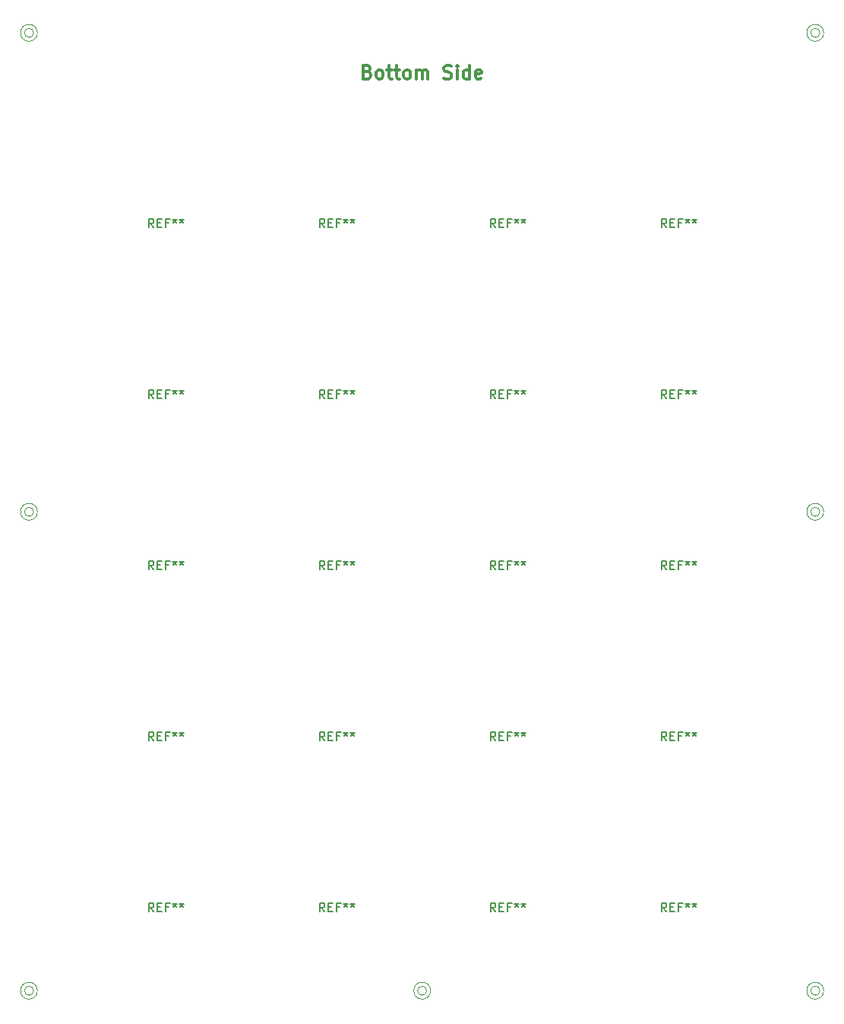
<source format=gbr>
G04 #@! TF.GenerationSoftware,KiCad,Pcbnew,(5.1.5)-3*
G04 #@! TF.CreationDate,2020-07-25T17:48:00-04:00*
G04 #@! TF.ProjectId,top-plate,746f702d-706c-4617-9465-2e6b69636164,rev?*
G04 #@! TF.SameCoordinates,Original*
G04 #@! TF.FileFunction,Legend,Top*
G04 #@! TF.FilePolarity,Positive*
%FSLAX46Y46*%
G04 Gerber Fmt 4.6, Leading zero omitted, Abs format (unit mm)*
G04 Created by KiCad (PCBNEW (5.1.5)-3) date 2020-07-25 17:48:00*
%MOMM*%
%LPD*%
G04 APERTURE LIST*
%ADD10C,0.300000*%
%ADD11C,0.100000*%
%ADD12C,0.150000*%
G04 APERTURE END LIST*
D10*
X143153571Y-47517857D02*
X143367857Y-47589285D01*
X143439285Y-47660714D01*
X143510714Y-47803571D01*
X143510714Y-48017857D01*
X143439285Y-48160714D01*
X143367857Y-48232142D01*
X143225000Y-48303571D01*
X142653571Y-48303571D01*
X142653571Y-46803571D01*
X143153571Y-46803571D01*
X143296428Y-46875000D01*
X143367857Y-46946428D01*
X143439285Y-47089285D01*
X143439285Y-47232142D01*
X143367857Y-47375000D01*
X143296428Y-47446428D01*
X143153571Y-47517857D01*
X142653571Y-47517857D01*
X144367857Y-48303571D02*
X144225000Y-48232142D01*
X144153571Y-48160714D01*
X144082142Y-48017857D01*
X144082142Y-47589285D01*
X144153571Y-47446428D01*
X144225000Y-47375000D01*
X144367857Y-47303571D01*
X144582142Y-47303571D01*
X144725000Y-47375000D01*
X144796428Y-47446428D01*
X144867857Y-47589285D01*
X144867857Y-48017857D01*
X144796428Y-48160714D01*
X144725000Y-48232142D01*
X144582142Y-48303571D01*
X144367857Y-48303571D01*
X145296428Y-47303571D02*
X145867857Y-47303571D01*
X145510714Y-46803571D02*
X145510714Y-48089285D01*
X145582142Y-48232142D01*
X145725000Y-48303571D01*
X145867857Y-48303571D01*
X146153571Y-47303571D02*
X146725000Y-47303571D01*
X146367857Y-46803571D02*
X146367857Y-48089285D01*
X146439285Y-48232142D01*
X146582142Y-48303571D01*
X146725000Y-48303571D01*
X147439285Y-48303571D02*
X147296428Y-48232142D01*
X147225000Y-48160714D01*
X147153571Y-48017857D01*
X147153571Y-47589285D01*
X147225000Y-47446428D01*
X147296428Y-47375000D01*
X147439285Y-47303571D01*
X147653571Y-47303571D01*
X147796428Y-47375000D01*
X147867857Y-47446428D01*
X147939285Y-47589285D01*
X147939285Y-48017857D01*
X147867857Y-48160714D01*
X147796428Y-48232142D01*
X147653571Y-48303571D01*
X147439285Y-48303571D01*
X148582142Y-48303571D02*
X148582142Y-47303571D01*
X148582142Y-47446428D02*
X148653571Y-47375000D01*
X148796428Y-47303571D01*
X149010714Y-47303571D01*
X149153571Y-47375000D01*
X149225000Y-47517857D01*
X149225000Y-48303571D01*
X149225000Y-47517857D02*
X149296428Y-47375000D01*
X149439285Y-47303571D01*
X149653571Y-47303571D01*
X149796428Y-47375000D01*
X149867857Y-47517857D01*
X149867857Y-48303571D01*
X151653571Y-48232142D02*
X151867857Y-48303571D01*
X152225000Y-48303571D01*
X152367857Y-48232142D01*
X152439285Y-48160714D01*
X152510714Y-48017857D01*
X152510714Y-47875000D01*
X152439285Y-47732142D01*
X152367857Y-47660714D01*
X152225000Y-47589285D01*
X151939285Y-47517857D01*
X151796428Y-47446428D01*
X151725000Y-47375000D01*
X151653571Y-47232142D01*
X151653571Y-47089285D01*
X151725000Y-46946428D01*
X151796428Y-46875000D01*
X151939285Y-46803571D01*
X152296428Y-46803571D01*
X152510714Y-46875000D01*
X153153571Y-48303571D02*
X153153571Y-47303571D01*
X153153571Y-46803571D02*
X153082142Y-46875000D01*
X153153571Y-46946428D01*
X153225000Y-46875000D01*
X153153571Y-46803571D01*
X153153571Y-46946428D01*
X154510714Y-48303571D02*
X154510714Y-46803571D01*
X154510714Y-48232142D02*
X154367857Y-48303571D01*
X154082142Y-48303571D01*
X153939285Y-48232142D01*
X153867857Y-48160714D01*
X153796428Y-48017857D01*
X153796428Y-47589285D01*
X153867857Y-47446428D01*
X153939285Y-47375000D01*
X154082142Y-47303571D01*
X154367857Y-47303571D01*
X154510714Y-47375000D01*
X155796428Y-48232142D02*
X155653571Y-48303571D01*
X155367857Y-48303571D01*
X155225000Y-48232142D01*
X155153571Y-48089285D01*
X155153571Y-47517857D01*
X155225000Y-47375000D01*
X155367857Y-47303571D01*
X155653571Y-47303571D01*
X155796428Y-47375000D01*
X155867857Y-47517857D01*
X155867857Y-47660714D01*
X155153571Y-47803571D01*
D11*
X150164800Y-149860000D02*
G75*
G03X150164800Y-149860000I-939800J0D01*
G01*
X149733000Y-149860000D02*
G75*
G03X149733000Y-149860000I-508000J0D01*
G01*
X193979800Y-96520000D02*
G75*
G03X193979800Y-96520000I-939800J0D01*
G01*
X193548000Y-96520000D02*
G75*
G03X193548000Y-96520000I-508000J0D01*
G01*
X106349800Y-96520000D02*
G75*
G03X106349800Y-96520000I-939800J0D01*
G01*
X105918000Y-96520000D02*
G75*
G03X105918000Y-96520000I-508000J0D01*
G01*
X105918000Y-149860000D02*
G75*
G03X105918000Y-149860000I-508000J0D01*
G01*
X106349800Y-149860000D02*
G75*
G03X106349800Y-149860000I-939800J0D01*
G01*
X105918000Y-43180000D02*
G75*
G03X105918000Y-43180000I-508000J0D01*
G01*
X106349800Y-43180000D02*
G75*
G03X106349800Y-43180000I-939800J0D01*
G01*
X193548000Y-43180000D02*
G75*
G03X193548000Y-43180000I-508000J0D01*
G01*
X193979800Y-43180000D02*
G75*
G03X193979800Y-43180000I-939800J0D01*
G01*
X193548000Y-149860000D02*
G75*
G03X193548000Y-149860000I-508000J0D01*
G01*
X193979800Y-149860000D02*
G75*
G03X193979800Y-149860000I-939800J0D01*
G01*
D12*
X119316666Y-141072380D02*
X118983333Y-140596190D01*
X118745238Y-141072380D02*
X118745238Y-140072380D01*
X119126190Y-140072380D01*
X119221428Y-140120000D01*
X119269047Y-140167619D01*
X119316666Y-140262857D01*
X119316666Y-140405714D01*
X119269047Y-140500952D01*
X119221428Y-140548571D01*
X119126190Y-140596190D01*
X118745238Y-140596190D01*
X119745238Y-140548571D02*
X120078571Y-140548571D01*
X120221428Y-141072380D02*
X119745238Y-141072380D01*
X119745238Y-140072380D01*
X120221428Y-140072380D01*
X120983333Y-140548571D02*
X120650000Y-140548571D01*
X120650000Y-141072380D02*
X120650000Y-140072380D01*
X121126190Y-140072380D01*
X121650000Y-140072380D02*
X121650000Y-140310476D01*
X121411904Y-140215238D02*
X121650000Y-140310476D01*
X121888095Y-140215238D01*
X121507142Y-140500952D02*
X121650000Y-140310476D01*
X121792857Y-140500952D01*
X122411904Y-140072380D02*
X122411904Y-140310476D01*
X122173809Y-140215238D02*
X122411904Y-140310476D01*
X122650000Y-140215238D01*
X122269047Y-140500952D02*
X122411904Y-140310476D01*
X122554761Y-140500952D01*
X157416666Y-141072380D02*
X157083333Y-140596190D01*
X156845238Y-141072380D02*
X156845238Y-140072380D01*
X157226190Y-140072380D01*
X157321428Y-140120000D01*
X157369047Y-140167619D01*
X157416666Y-140262857D01*
X157416666Y-140405714D01*
X157369047Y-140500952D01*
X157321428Y-140548571D01*
X157226190Y-140596190D01*
X156845238Y-140596190D01*
X157845238Y-140548571D02*
X158178571Y-140548571D01*
X158321428Y-141072380D02*
X157845238Y-141072380D01*
X157845238Y-140072380D01*
X158321428Y-140072380D01*
X159083333Y-140548571D02*
X158750000Y-140548571D01*
X158750000Y-141072380D02*
X158750000Y-140072380D01*
X159226190Y-140072380D01*
X159750000Y-140072380D02*
X159750000Y-140310476D01*
X159511904Y-140215238D02*
X159750000Y-140310476D01*
X159988095Y-140215238D01*
X159607142Y-140500952D02*
X159750000Y-140310476D01*
X159892857Y-140500952D01*
X160511904Y-140072380D02*
X160511904Y-140310476D01*
X160273809Y-140215238D02*
X160511904Y-140310476D01*
X160750000Y-140215238D01*
X160369047Y-140500952D02*
X160511904Y-140310476D01*
X160654761Y-140500952D01*
X176466666Y-141072380D02*
X176133333Y-140596190D01*
X175895238Y-141072380D02*
X175895238Y-140072380D01*
X176276190Y-140072380D01*
X176371428Y-140120000D01*
X176419047Y-140167619D01*
X176466666Y-140262857D01*
X176466666Y-140405714D01*
X176419047Y-140500952D01*
X176371428Y-140548571D01*
X176276190Y-140596190D01*
X175895238Y-140596190D01*
X176895238Y-140548571D02*
X177228571Y-140548571D01*
X177371428Y-141072380D02*
X176895238Y-141072380D01*
X176895238Y-140072380D01*
X177371428Y-140072380D01*
X178133333Y-140548571D02*
X177800000Y-140548571D01*
X177800000Y-141072380D02*
X177800000Y-140072380D01*
X178276190Y-140072380D01*
X178800000Y-140072380D02*
X178800000Y-140310476D01*
X178561904Y-140215238D02*
X178800000Y-140310476D01*
X179038095Y-140215238D01*
X178657142Y-140500952D02*
X178800000Y-140310476D01*
X178942857Y-140500952D01*
X179561904Y-140072380D02*
X179561904Y-140310476D01*
X179323809Y-140215238D02*
X179561904Y-140310476D01*
X179800000Y-140215238D01*
X179419047Y-140500952D02*
X179561904Y-140310476D01*
X179704761Y-140500952D01*
X138366666Y-141072380D02*
X138033333Y-140596190D01*
X137795238Y-141072380D02*
X137795238Y-140072380D01*
X138176190Y-140072380D01*
X138271428Y-140120000D01*
X138319047Y-140167619D01*
X138366666Y-140262857D01*
X138366666Y-140405714D01*
X138319047Y-140500952D01*
X138271428Y-140548571D01*
X138176190Y-140596190D01*
X137795238Y-140596190D01*
X138795238Y-140548571D02*
X139128571Y-140548571D01*
X139271428Y-141072380D02*
X138795238Y-141072380D01*
X138795238Y-140072380D01*
X139271428Y-140072380D01*
X140033333Y-140548571D02*
X139700000Y-140548571D01*
X139700000Y-141072380D02*
X139700000Y-140072380D01*
X140176190Y-140072380D01*
X140700000Y-140072380D02*
X140700000Y-140310476D01*
X140461904Y-140215238D02*
X140700000Y-140310476D01*
X140938095Y-140215238D01*
X140557142Y-140500952D02*
X140700000Y-140310476D01*
X140842857Y-140500952D01*
X141461904Y-140072380D02*
X141461904Y-140310476D01*
X141223809Y-140215238D02*
X141461904Y-140310476D01*
X141700000Y-140215238D01*
X141319047Y-140500952D02*
X141461904Y-140310476D01*
X141604761Y-140500952D01*
X119316666Y-122022380D02*
X118983333Y-121546190D01*
X118745238Y-122022380D02*
X118745238Y-121022380D01*
X119126190Y-121022380D01*
X119221428Y-121070000D01*
X119269047Y-121117619D01*
X119316666Y-121212857D01*
X119316666Y-121355714D01*
X119269047Y-121450952D01*
X119221428Y-121498571D01*
X119126190Y-121546190D01*
X118745238Y-121546190D01*
X119745238Y-121498571D02*
X120078571Y-121498571D01*
X120221428Y-122022380D02*
X119745238Y-122022380D01*
X119745238Y-121022380D01*
X120221428Y-121022380D01*
X120983333Y-121498571D02*
X120650000Y-121498571D01*
X120650000Y-122022380D02*
X120650000Y-121022380D01*
X121126190Y-121022380D01*
X121650000Y-121022380D02*
X121650000Y-121260476D01*
X121411904Y-121165238D02*
X121650000Y-121260476D01*
X121888095Y-121165238D01*
X121507142Y-121450952D02*
X121650000Y-121260476D01*
X121792857Y-121450952D01*
X122411904Y-121022380D02*
X122411904Y-121260476D01*
X122173809Y-121165238D02*
X122411904Y-121260476D01*
X122650000Y-121165238D01*
X122269047Y-121450952D02*
X122411904Y-121260476D01*
X122554761Y-121450952D01*
X157416666Y-122022380D02*
X157083333Y-121546190D01*
X156845238Y-122022380D02*
X156845238Y-121022380D01*
X157226190Y-121022380D01*
X157321428Y-121070000D01*
X157369047Y-121117619D01*
X157416666Y-121212857D01*
X157416666Y-121355714D01*
X157369047Y-121450952D01*
X157321428Y-121498571D01*
X157226190Y-121546190D01*
X156845238Y-121546190D01*
X157845238Y-121498571D02*
X158178571Y-121498571D01*
X158321428Y-122022380D02*
X157845238Y-122022380D01*
X157845238Y-121022380D01*
X158321428Y-121022380D01*
X159083333Y-121498571D02*
X158750000Y-121498571D01*
X158750000Y-122022380D02*
X158750000Y-121022380D01*
X159226190Y-121022380D01*
X159750000Y-121022380D02*
X159750000Y-121260476D01*
X159511904Y-121165238D02*
X159750000Y-121260476D01*
X159988095Y-121165238D01*
X159607142Y-121450952D02*
X159750000Y-121260476D01*
X159892857Y-121450952D01*
X160511904Y-121022380D02*
X160511904Y-121260476D01*
X160273809Y-121165238D02*
X160511904Y-121260476D01*
X160750000Y-121165238D01*
X160369047Y-121450952D02*
X160511904Y-121260476D01*
X160654761Y-121450952D01*
X176466666Y-122022380D02*
X176133333Y-121546190D01*
X175895238Y-122022380D02*
X175895238Y-121022380D01*
X176276190Y-121022380D01*
X176371428Y-121070000D01*
X176419047Y-121117619D01*
X176466666Y-121212857D01*
X176466666Y-121355714D01*
X176419047Y-121450952D01*
X176371428Y-121498571D01*
X176276190Y-121546190D01*
X175895238Y-121546190D01*
X176895238Y-121498571D02*
X177228571Y-121498571D01*
X177371428Y-122022380D02*
X176895238Y-122022380D01*
X176895238Y-121022380D01*
X177371428Y-121022380D01*
X178133333Y-121498571D02*
X177800000Y-121498571D01*
X177800000Y-122022380D02*
X177800000Y-121022380D01*
X178276190Y-121022380D01*
X178800000Y-121022380D02*
X178800000Y-121260476D01*
X178561904Y-121165238D02*
X178800000Y-121260476D01*
X179038095Y-121165238D01*
X178657142Y-121450952D02*
X178800000Y-121260476D01*
X178942857Y-121450952D01*
X179561904Y-121022380D02*
X179561904Y-121260476D01*
X179323809Y-121165238D02*
X179561904Y-121260476D01*
X179800000Y-121165238D01*
X179419047Y-121450952D02*
X179561904Y-121260476D01*
X179704761Y-121450952D01*
X138366666Y-122022380D02*
X138033333Y-121546190D01*
X137795238Y-122022380D02*
X137795238Y-121022380D01*
X138176190Y-121022380D01*
X138271428Y-121070000D01*
X138319047Y-121117619D01*
X138366666Y-121212857D01*
X138366666Y-121355714D01*
X138319047Y-121450952D01*
X138271428Y-121498571D01*
X138176190Y-121546190D01*
X137795238Y-121546190D01*
X138795238Y-121498571D02*
X139128571Y-121498571D01*
X139271428Y-122022380D02*
X138795238Y-122022380D01*
X138795238Y-121022380D01*
X139271428Y-121022380D01*
X140033333Y-121498571D02*
X139700000Y-121498571D01*
X139700000Y-122022380D02*
X139700000Y-121022380D01*
X140176190Y-121022380D01*
X140700000Y-121022380D02*
X140700000Y-121260476D01*
X140461904Y-121165238D02*
X140700000Y-121260476D01*
X140938095Y-121165238D01*
X140557142Y-121450952D02*
X140700000Y-121260476D01*
X140842857Y-121450952D01*
X141461904Y-121022380D02*
X141461904Y-121260476D01*
X141223809Y-121165238D02*
X141461904Y-121260476D01*
X141700000Y-121165238D01*
X141319047Y-121450952D02*
X141461904Y-121260476D01*
X141604761Y-121450952D01*
X119316666Y-102972380D02*
X118983333Y-102496190D01*
X118745238Y-102972380D02*
X118745238Y-101972380D01*
X119126190Y-101972380D01*
X119221428Y-102020000D01*
X119269047Y-102067619D01*
X119316666Y-102162857D01*
X119316666Y-102305714D01*
X119269047Y-102400952D01*
X119221428Y-102448571D01*
X119126190Y-102496190D01*
X118745238Y-102496190D01*
X119745238Y-102448571D02*
X120078571Y-102448571D01*
X120221428Y-102972380D02*
X119745238Y-102972380D01*
X119745238Y-101972380D01*
X120221428Y-101972380D01*
X120983333Y-102448571D02*
X120650000Y-102448571D01*
X120650000Y-102972380D02*
X120650000Y-101972380D01*
X121126190Y-101972380D01*
X121650000Y-101972380D02*
X121650000Y-102210476D01*
X121411904Y-102115238D02*
X121650000Y-102210476D01*
X121888095Y-102115238D01*
X121507142Y-102400952D02*
X121650000Y-102210476D01*
X121792857Y-102400952D01*
X122411904Y-101972380D02*
X122411904Y-102210476D01*
X122173809Y-102115238D02*
X122411904Y-102210476D01*
X122650000Y-102115238D01*
X122269047Y-102400952D02*
X122411904Y-102210476D01*
X122554761Y-102400952D01*
X157416666Y-102972380D02*
X157083333Y-102496190D01*
X156845238Y-102972380D02*
X156845238Y-101972380D01*
X157226190Y-101972380D01*
X157321428Y-102020000D01*
X157369047Y-102067619D01*
X157416666Y-102162857D01*
X157416666Y-102305714D01*
X157369047Y-102400952D01*
X157321428Y-102448571D01*
X157226190Y-102496190D01*
X156845238Y-102496190D01*
X157845238Y-102448571D02*
X158178571Y-102448571D01*
X158321428Y-102972380D02*
X157845238Y-102972380D01*
X157845238Y-101972380D01*
X158321428Y-101972380D01*
X159083333Y-102448571D02*
X158750000Y-102448571D01*
X158750000Y-102972380D02*
X158750000Y-101972380D01*
X159226190Y-101972380D01*
X159750000Y-101972380D02*
X159750000Y-102210476D01*
X159511904Y-102115238D02*
X159750000Y-102210476D01*
X159988095Y-102115238D01*
X159607142Y-102400952D02*
X159750000Y-102210476D01*
X159892857Y-102400952D01*
X160511904Y-101972380D02*
X160511904Y-102210476D01*
X160273809Y-102115238D02*
X160511904Y-102210476D01*
X160750000Y-102115238D01*
X160369047Y-102400952D02*
X160511904Y-102210476D01*
X160654761Y-102400952D01*
X176466666Y-102972380D02*
X176133333Y-102496190D01*
X175895238Y-102972380D02*
X175895238Y-101972380D01*
X176276190Y-101972380D01*
X176371428Y-102020000D01*
X176419047Y-102067619D01*
X176466666Y-102162857D01*
X176466666Y-102305714D01*
X176419047Y-102400952D01*
X176371428Y-102448571D01*
X176276190Y-102496190D01*
X175895238Y-102496190D01*
X176895238Y-102448571D02*
X177228571Y-102448571D01*
X177371428Y-102972380D02*
X176895238Y-102972380D01*
X176895238Y-101972380D01*
X177371428Y-101972380D01*
X178133333Y-102448571D02*
X177800000Y-102448571D01*
X177800000Y-102972380D02*
X177800000Y-101972380D01*
X178276190Y-101972380D01*
X178800000Y-101972380D02*
X178800000Y-102210476D01*
X178561904Y-102115238D02*
X178800000Y-102210476D01*
X179038095Y-102115238D01*
X178657142Y-102400952D02*
X178800000Y-102210476D01*
X178942857Y-102400952D01*
X179561904Y-101972380D02*
X179561904Y-102210476D01*
X179323809Y-102115238D02*
X179561904Y-102210476D01*
X179800000Y-102115238D01*
X179419047Y-102400952D02*
X179561904Y-102210476D01*
X179704761Y-102400952D01*
X138366666Y-102972380D02*
X138033333Y-102496190D01*
X137795238Y-102972380D02*
X137795238Y-101972380D01*
X138176190Y-101972380D01*
X138271428Y-102020000D01*
X138319047Y-102067619D01*
X138366666Y-102162857D01*
X138366666Y-102305714D01*
X138319047Y-102400952D01*
X138271428Y-102448571D01*
X138176190Y-102496190D01*
X137795238Y-102496190D01*
X138795238Y-102448571D02*
X139128571Y-102448571D01*
X139271428Y-102972380D02*
X138795238Y-102972380D01*
X138795238Y-101972380D01*
X139271428Y-101972380D01*
X140033333Y-102448571D02*
X139700000Y-102448571D01*
X139700000Y-102972380D02*
X139700000Y-101972380D01*
X140176190Y-101972380D01*
X140700000Y-101972380D02*
X140700000Y-102210476D01*
X140461904Y-102115238D02*
X140700000Y-102210476D01*
X140938095Y-102115238D01*
X140557142Y-102400952D02*
X140700000Y-102210476D01*
X140842857Y-102400952D01*
X141461904Y-101972380D02*
X141461904Y-102210476D01*
X141223809Y-102115238D02*
X141461904Y-102210476D01*
X141700000Y-102115238D01*
X141319047Y-102400952D02*
X141461904Y-102210476D01*
X141604761Y-102400952D01*
X119316666Y-83922380D02*
X118983333Y-83446190D01*
X118745238Y-83922380D02*
X118745238Y-82922380D01*
X119126190Y-82922380D01*
X119221428Y-82970000D01*
X119269047Y-83017619D01*
X119316666Y-83112857D01*
X119316666Y-83255714D01*
X119269047Y-83350952D01*
X119221428Y-83398571D01*
X119126190Y-83446190D01*
X118745238Y-83446190D01*
X119745238Y-83398571D02*
X120078571Y-83398571D01*
X120221428Y-83922380D02*
X119745238Y-83922380D01*
X119745238Y-82922380D01*
X120221428Y-82922380D01*
X120983333Y-83398571D02*
X120650000Y-83398571D01*
X120650000Y-83922380D02*
X120650000Y-82922380D01*
X121126190Y-82922380D01*
X121650000Y-82922380D02*
X121650000Y-83160476D01*
X121411904Y-83065238D02*
X121650000Y-83160476D01*
X121888095Y-83065238D01*
X121507142Y-83350952D02*
X121650000Y-83160476D01*
X121792857Y-83350952D01*
X122411904Y-82922380D02*
X122411904Y-83160476D01*
X122173809Y-83065238D02*
X122411904Y-83160476D01*
X122650000Y-83065238D01*
X122269047Y-83350952D02*
X122411904Y-83160476D01*
X122554761Y-83350952D01*
X157416666Y-83922380D02*
X157083333Y-83446190D01*
X156845238Y-83922380D02*
X156845238Y-82922380D01*
X157226190Y-82922380D01*
X157321428Y-82970000D01*
X157369047Y-83017619D01*
X157416666Y-83112857D01*
X157416666Y-83255714D01*
X157369047Y-83350952D01*
X157321428Y-83398571D01*
X157226190Y-83446190D01*
X156845238Y-83446190D01*
X157845238Y-83398571D02*
X158178571Y-83398571D01*
X158321428Y-83922380D02*
X157845238Y-83922380D01*
X157845238Y-82922380D01*
X158321428Y-82922380D01*
X159083333Y-83398571D02*
X158750000Y-83398571D01*
X158750000Y-83922380D02*
X158750000Y-82922380D01*
X159226190Y-82922380D01*
X159750000Y-82922380D02*
X159750000Y-83160476D01*
X159511904Y-83065238D02*
X159750000Y-83160476D01*
X159988095Y-83065238D01*
X159607142Y-83350952D02*
X159750000Y-83160476D01*
X159892857Y-83350952D01*
X160511904Y-82922380D02*
X160511904Y-83160476D01*
X160273809Y-83065238D02*
X160511904Y-83160476D01*
X160750000Y-83065238D01*
X160369047Y-83350952D02*
X160511904Y-83160476D01*
X160654761Y-83350952D01*
X176466666Y-83922380D02*
X176133333Y-83446190D01*
X175895238Y-83922380D02*
X175895238Y-82922380D01*
X176276190Y-82922380D01*
X176371428Y-82970000D01*
X176419047Y-83017619D01*
X176466666Y-83112857D01*
X176466666Y-83255714D01*
X176419047Y-83350952D01*
X176371428Y-83398571D01*
X176276190Y-83446190D01*
X175895238Y-83446190D01*
X176895238Y-83398571D02*
X177228571Y-83398571D01*
X177371428Y-83922380D02*
X176895238Y-83922380D01*
X176895238Y-82922380D01*
X177371428Y-82922380D01*
X178133333Y-83398571D02*
X177800000Y-83398571D01*
X177800000Y-83922380D02*
X177800000Y-82922380D01*
X178276190Y-82922380D01*
X178800000Y-82922380D02*
X178800000Y-83160476D01*
X178561904Y-83065238D02*
X178800000Y-83160476D01*
X179038095Y-83065238D01*
X178657142Y-83350952D02*
X178800000Y-83160476D01*
X178942857Y-83350952D01*
X179561904Y-82922380D02*
X179561904Y-83160476D01*
X179323809Y-83065238D02*
X179561904Y-83160476D01*
X179800000Y-83065238D01*
X179419047Y-83350952D02*
X179561904Y-83160476D01*
X179704761Y-83350952D01*
X138366666Y-83922380D02*
X138033333Y-83446190D01*
X137795238Y-83922380D02*
X137795238Y-82922380D01*
X138176190Y-82922380D01*
X138271428Y-82970000D01*
X138319047Y-83017619D01*
X138366666Y-83112857D01*
X138366666Y-83255714D01*
X138319047Y-83350952D01*
X138271428Y-83398571D01*
X138176190Y-83446190D01*
X137795238Y-83446190D01*
X138795238Y-83398571D02*
X139128571Y-83398571D01*
X139271428Y-83922380D02*
X138795238Y-83922380D01*
X138795238Y-82922380D01*
X139271428Y-82922380D01*
X140033333Y-83398571D02*
X139700000Y-83398571D01*
X139700000Y-83922380D02*
X139700000Y-82922380D01*
X140176190Y-82922380D01*
X140700000Y-82922380D02*
X140700000Y-83160476D01*
X140461904Y-83065238D02*
X140700000Y-83160476D01*
X140938095Y-83065238D01*
X140557142Y-83350952D02*
X140700000Y-83160476D01*
X140842857Y-83350952D01*
X141461904Y-82922380D02*
X141461904Y-83160476D01*
X141223809Y-83065238D02*
X141461904Y-83160476D01*
X141700000Y-83065238D01*
X141319047Y-83350952D02*
X141461904Y-83160476D01*
X141604761Y-83350952D01*
X176466666Y-64872380D02*
X176133333Y-64396190D01*
X175895238Y-64872380D02*
X175895238Y-63872380D01*
X176276190Y-63872380D01*
X176371428Y-63920000D01*
X176419047Y-63967619D01*
X176466666Y-64062857D01*
X176466666Y-64205714D01*
X176419047Y-64300952D01*
X176371428Y-64348571D01*
X176276190Y-64396190D01*
X175895238Y-64396190D01*
X176895238Y-64348571D02*
X177228571Y-64348571D01*
X177371428Y-64872380D02*
X176895238Y-64872380D01*
X176895238Y-63872380D01*
X177371428Y-63872380D01*
X178133333Y-64348571D02*
X177800000Y-64348571D01*
X177800000Y-64872380D02*
X177800000Y-63872380D01*
X178276190Y-63872380D01*
X178800000Y-63872380D02*
X178800000Y-64110476D01*
X178561904Y-64015238D02*
X178800000Y-64110476D01*
X179038095Y-64015238D01*
X178657142Y-64300952D02*
X178800000Y-64110476D01*
X178942857Y-64300952D01*
X179561904Y-63872380D02*
X179561904Y-64110476D01*
X179323809Y-64015238D02*
X179561904Y-64110476D01*
X179800000Y-64015238D01*
X179419047Y-64300952D02*
X179561904Y-64110476D01*
X179704761Y-64300952D01*
X157416666Y-64872380D02*
X157083333Y-64396190D01*
X156845238Y-64872380D02*
X156845238Y-63872380D01*
X157226190Y-63872380D01*
X157321428Y-63920000D01*
X157369047Y-63967619D01*
X157416666Y-64062857D01*
X157416666Y-64205714D01*
X157369047Y-64300952D01*
X157321428Y-64348571D01*
X157226190Y-64396190D01*
X156845238Y-64396190D01*
X157845238Y-64348571D02*
X158178571Y-64348571D01*
X158321428Y-64872380D02*
X157845238Y-64872380D01*
X157845238Y-63872380D01*
X158321428Y-63872380D01*
X159083333Y-64348571D02*
X158750000Y-64348571D01*
X158750000Y-64872380D02*
X158750000Y-63872380D01*
X159226190Y-63872380D01*
X159750000Y-63872380D02*
X159750000Y-64110476D01*
X159511904Y-64015238D02*
X159750000Y-64110476D01*
X159988095Y-64015238D01*
X159607142Y-64300952D02*
X159750000Y-64110476D01*
X159892857Y-64300952D01*
X160511904Y-63872380D02*
X160511904Y-64110476D01*
X160273809Y-64015238D02*
X160511904Y-64110476D01*
X160750000Y-64015238D01*
X160369047Y-64300952D02*
X160511904Y-64110476D01*
X160654761Y-64300952D01*
X138366666Y-64872380D02*
X138033333Y-64396190D01*
X137795238Y-64872380D02*
X137795238Y-63872380D01*
X138176190Y-63872380D01*
X138271428Y-63920000D01*
X138319047Y-63967619D01*
X138366666Y-64062857D01*
X138366666Y-64205714D01*
X138319047Y-64300952D01*
X138271428Y-64348571D01*
X138176190Y-64396190D01*
X137795238Y-64396190D01*
X138795238Y-64348571D02*
X139128571Y-64348571D01*
X139271428Y-64872380D02*
X138795238Y-64872380D01*
X138795238Y-63872380D01*
X139271428Y-63872380D01*
X140033333Y-64348571D02*
X139700000Y-64348571D01*
X139700000Y-64872380D02*
X139700000Y-63872380D01*
X140176190Y-63872380D01*
X140700000Y-63872380D02*
X140700000Y-64110476D01*
X140461904Y-64015238D02*
X140700000Y-64110476D01*
X140938095Y-64015238D01*
X140557142Y-64300952D02*
X140700000Y-64110476D01*
X140842857Y-64300952D01*
X141461904Y-63872380D02*
X141461904Y-64110476D01*
X141223809Y-64015238D02*
X141461904Y-64110476D01*
X141700000Y-64015238D01*
X141319047Y-64300952D02*
X141461904Y-64110476D01*
X141604761Y-64300952D01*
X119316666Y-64872380D02*
X118983333Y-64396190D01*
X118745238Y-64872380D02*
X118745238Y-63872380D01*
X119126190Y-63872380D01*
X119221428Y-63920000D01*
X119269047Y-63967619D01*
X119316666Y-64062857D01*
X119316666Y-64205714D01*
X119269047Y-64300952D01*
X119221428Y-64348571D01*
X119126190Y-64396190D01*
X118745238Y-64396190D01*
X119745238Y-64348571D02*
X120078571Y-64348571D01*
X120221428Y-64872380D02*
X119745238Y-64872380D01*
X119745238Y-63872380D01*
X120221428Y-63872380D01*
X120983333Y-64348571D02*
X120650000Y-64348571D01*
X120650000Y-64872380D02*
X120650000Y-63872380D01*
X121126190Y-63872380D01*
X121650000Y-63872380D02*
X121650000Y-64110476D01*
X121411904Y-64015238D02*
X121650000Y-64110476D01*
X121888095Y-64015238D01*
X121507142Y-64300952D02*
X121650000Y-64110476D01*
X121792857Y-64300952D01*
X122411904Y-63872380D02*
X122411904Y-64110476D01*
X122173809Y-64015238D02*
X122411904Y-64110476D01*
X122650000Y-64015238D01*
X122269047Y-64300952D02*
X122411904Y-64110476D01*
X122554761Y-64300952D01*
M02*

</source>
